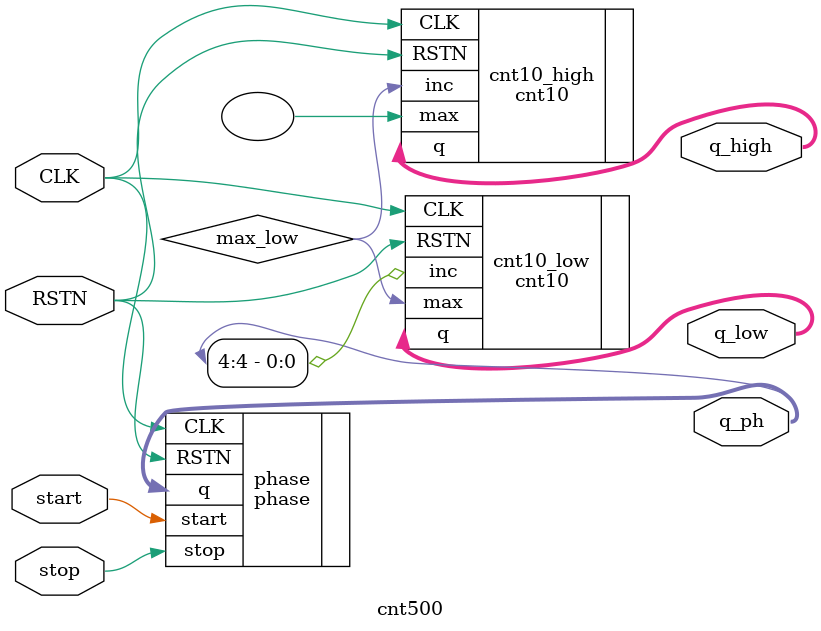
<source format=v>
module cnt500 (
  output [3:0] q_high,
  output [3:0] q_low,
  output [4:0] q_ph,
  input start,
  input stop,
  input CLK,
  input RSTN
  );

  wire max_low;

  phase phase (
    .q(q_ph),
    .start(start),
    .stop(stop),
    .CLK(CLK),
    .RSTN(RSTN));

  cnt10 cnt10_low (
    .q(q_low),
    .max(max_low),
    .inc(q_ph[4]),
    .CLK(CLK),
    .RSTN(RSTN));


  cnt10 cnt10_high (
    .q(q_high),
    .max(),
    .inc(max_low),
    .CLK(CLK),
    .RSTN(RSTN));

endmodule

</source>
